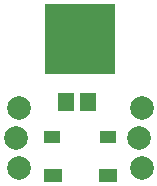
<source format=gbr>
G04 EAGLE Gerber RS-274X export*
G75*
%MOMM*%
%FSLAX34Y34*%
%LPD*%
%INSoldermask Top*%
%IPPOS*%
%AMOC8*
5,1,8,0,0,1.08239X$1,22.5*%
G01*
%ADD10R,1.427000X1.627000*%
%ADD11C,2.006600*%
%ADD12R,1.422400X1.016000*%
%ADD13R,5.969000X5.969000*%

G36*
X60465Y10416D02*
X60465Y10416D01*
X60467Y10415D01*
X60510Y10435D01*
X60554Y10453D01*
X60554Y10455D01*
X60556Y10456D01*
X60589Y10541D01*
X60589Y21209D01*
X60588Y21211D01*
X60589Y21213D01*
X60569Y21256D01*
X60551Y21300D01*
X60549Y21300D01*
X60548Y21302D01*
X60463Y21335D01*
X45477Y21335D01*
X45475Y21334D01*
X45473Y21335D01*
X45430Y21315D01*
X45386Y21297D01*
X45386Y21295D01*
X45384Y21294D01*
X45351Y21209D01*
X45351Y10541D01*
X45352Y10539D01*
X45351Y10537D01*
X45371Y10494D01*
X45389Y10450D01*
X45391Y10450D01*
X45392Y10448D01*
X45477Y10415D01*
X60463Y10415D01*
X60465Y10416D01*
G37*
G36*
X106925Y10416D02*
X106925Y10416D01*
X106927Y10415D01*
X106970Y10435D01*
X107014Y10453D01*
X107014Y10455D01*
X107016Y10456D01*
X107049Y10541D01*
X107049Y21209D01*
X107048Y21211D01*
X107049Y21213D01*
X107029Y21256D01*
X107011Y21300D01*
X107009Y21300D01*
X107008Y21302D01*
X106923Y21335D01*
X91937Y21335D01*
X91935Y21334D01*
X91933Y21335D01*
X91890Y21315D01*
X91846Y21297D01*
X91846Y21295D01*
X91844Y21294D01*
X91811Y21209D01*
X91811Y10541D01*
X91812Y10539D01*
X91811Y10537D01*
X91831Y10494D01*
X91849Y10450D01*
X91851Y10450D01*
X91852Y10448D01*
X91937Y10415D01*
X106923Y10415D01*
X106925Y10416D01*
G37*
D10*
X83160Y77470D03*
X64160Y77470D03*
D11*
X128270Y72390D03*
X125730Y46990D03*
X128270Y21590D03*
X24130Y72390D03*
X21590Y46990D03*
X24130Y21590D03*
D12*
X99771Y15750D03*
X99771Y47750D03*
X52629Y47750D03*
X52629Y15750D03*
D13*
X76200Y130810D03*
M02*

</source>
